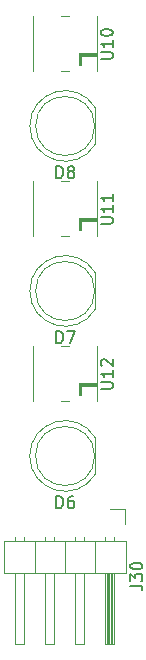
<source format=gbr>
%TF.GenerationSoftware,KiCad,Pcbnew,7.0.2-0*%
%TF.CreationDate,2023-08-02T22:46:30+09:00*%
%TF.ProjectId,line_others,6c696e65-5f6f-4746-9865-72732e6b6963,rev?*%
%TF.SameCoordinates,Original*%
%TF.FileFunction,Legend,Top*%
%TF.FilePolarity,Positive*%
%FSLAX46Y46*%
G04 Gerber Fmt 4.6, Leading zero omitted, Abs format (unit mm)*
G04 Created by KiCad (PCBNEW 7.0.2-0) date 2023-08-02 22:46:30*
%MOMM*%
%LPD*%
G01*
G04 APERTURE LIST*
%ADD10C,0.150000*%
%ADD11C,0.120000*%
%ADD12C,0.100000*%
G04 APERTURE END LIST*
D10*
%TO.C,D8*%
X151666905Y-92687619D02*
X151666905Y-91687619D01*
X151666905Y-91687619D02*
X151905000Y-91687619D01*
X151905000Y-91687619D02*
X152047857Y-91735238D01*
X152047857Y-91735238D02*
X152143095Y-91830476D01*
X152143095Y-91830476D02*
X152190714Y-91925714D01*
X152190714Y-91925714D02*
X152238333Y-92116190D01*
X152238333Y-92116190D02*
X152238333Y-92259047D01*
X152238333Y-92259047D02*
X152190714Y-92449523D01*
X152190714Y-92449523D02*
X152143095Y-92544761D01*
X152143095Y-92544761D02*
X152047857Y-92640000D01*
X152047857Y-92640000D02*
X151905000Y-92687619D01*
X151905000Y-92687619D02*
X151666905Y-92687619D01*
X152809762Y-92116190D02*
X152714524Y-92068571D01*
X152714524Y-92068571D02*
X152666905Y-92020952D01*
X152666905Y-92020952D02*
X152619286Y-91925714D01*
X152619286Y-91925714D02*
X152619286Y-91878095D01*
X152619286Y-91878095D02*
X152666905Y-91782857D01*
X152666905Y-91782857D02*
X152714524Y-91735238D01*
X152714524Y-91735238D02*
X152809762Y-91687619D01*
X152809762Y-91687619D02*
X153000238Y-91687619D01*
X153000238Y-91687619D02*
X153095476Y-91735238D01*
X153095476Y-91735238D02*
X153143095Y-91782857D01*
X153143095Y-91782857D02*
X153190714Y-91878095D01*
X153190714Y-91878095D02*
X153190714Y-91925714D01*
X153190714Y-91925714D02*
X153143095Y-92020952D01*
X153143095Y-92020952D02*
X153095476Y-92068571D01*
X153095476Y-92068571D02*
X153000238Y-92116190D01*
X153000238Y-92116190D02*
X152809762Y-92116190D01*
X152809762Y-92116190D02*
X152714524Y-92163809D01*
X152714524Y-92163809D02*
X152666905Y-92211428D01*
X152666905Y-92211428D02*
X152619286Y-92306666D01*
X152619286Y-92306666D02*
X152619286Y-92497142D01*
X152619286Y-92497142D02*
X152666905Y-92592380D01*
X152666905Y-92592380D02*
X152714524Y-92640000D01*
X152714524Y-92640000D02*
X152809762Y-92687619D01*
X152809762Y-92687619D02*
X153000238Y-92687619D01*
X153000238Y-92687619D02*
X153095476Y-92640000D01*
X153095476Y-92640000D02*
X153143095Y-92592380D01*
X153143095Y-92592380D02*
X153190714Y-92497142D01*
X153190714Y-92497142D02*
X153190714Y-92306666D01*
X153190714Y-92306666D02*
X153143095Y-92211428D01*
X153143095Y-92211428D02*
X153095476Y-92163809D01*
X153095476Y-92163809D02*
X153000238Y-92116190D01*
%TO.C,D6*%
X151661905Y-120627619D02*
X151661905Y-119627619D01*
X151661905Y-119627619D02*
X151900000Y-119627619D01*
X151900000Y-119627619D02*
X152042857Y-119675238D01*
X152042857Y-119675238D02*
X152138095Y-119770476D01*
X152138095Y-119770476D02*
X152185714Y-119865714D01*
X152185714Y-119865714D02*
X152233333Y-120056190D01*
X152233333Y-120056190D02*
X152233333Y-120199047D01*
X152233333Y-120199047D02*
X152185714Y-120389523D01*
X152185714Y-120389523D02*
X152138095Y-120484761D01*
X152138095Y-120484761D02*
X152042857Y-120580000D01*
X152042857Y-120580000D02*
X151900000Y-120627619D01*
X151900000Y-120627619D02*
X151661905Y-120627619D01*
X153090476Y-119627619D02*
X152900000Y-119627619D01*
X152900000Y-119627619D02*
X152804762Y-119675238D01*
X152804762Y-119675238D02*
X152757143Y-119722857D01*
X152757143Y-119722857D02*
X152661905Y-119865714D01*
X152661905Y-119865714D02*
X152614286Y-120056190D01*
X152614286Y-120056190D02*
X152614286Y-120437142D01*
X152614286Y-120437142D02*
X152661905Y-120532380D01*
X152661905Y-120532380D02*
X152709524Y-120580000D01*
X152709524Y-120580000D02*
X152804762Y-120627619D01*
X152804762Y-120627619D02*
X152995238Y-120627619D01*
X152995238Y-120627619D02*
X153090476Y-120580000D01*
X153090476Y-120580000D02*
X153138095Y-120532380D01*
X153138095Y-120532380D02*
X153185714Y-120437142D01*
X153185714Y-120437142D02*
X153185714Y-120199047D01*
X153185714Y-120199047D02*
X153138095Y-120103809D01*
X153138095Y-120103809D02*
X153090476Y-120056190D01*
X153090476Y-120056190D02*
X152995238Y-120008571D01*
X152995238Y-120008571D02*
X152804762Y-120008571D01*
X152804762Y-120008571D02*
X152709524Y-120056190D01*
X152709524Y-120056190D02*
X152661905Y-120103809D01*
X152661905Y-120103809D02*
X152614286Y-120199047D01*
%TO.C,D7*%
X151666905Y-106657619D02*
X151666905Y-105657619D01*
X151666905Y-105657619D02*
X151905000Y-105657619D01*
X151905000Y-105657619D02*
X152047857Y-105705238D01*
X152047857Y-105705238D02*
X152143095Y-105800476D01*
X152143095Y-105800476D02*
X152190714Y-105895714D01*
X152190714Y-105895714D02*
X152238333Y-106086190D01*
X152238333Y-106086190D02*
X152238333Y-106229047D01*
X152238333Y-106229047D02*
X152190714Y-106419523D01*
X152190714Y-106419523D02*
X152143095Y-106514761D01*
X152143095Y-106514761D02*
X152047857Y-106610000D01*
X152047857Y-106610000D02*
X151905000Y-106657619D01*
X151905000Y-106657619D02*
X151666905Y-106657619D01*
X152571667Y-105657619D02*
X153238333Y-105657619D01*
X153238333Y-105657619D02*
X152809762Y-106657619D01*
%TO.C,U12*%
X155437619Y-110533094D02*
X156247142Y-110533094D01*
X156247142Y-110533094D02*
X156342380Y-110485475D01*
X156342380Y-110485475D02*
X156390000Y-110437856D01*
X156390000Y-110437856D02*
X156437619Y-110342618D01*
X156437619Y-110342618D02*
X156437619Y-110152142D01*
X156437619Y-110152142D02*
X156390000Y-110056904D01*
X156390000Y-110056904D02*
X156342380Y-110009285D01*
X156342380Y-110009285D02*
X156247142Y-109961666D01*
X156247142Y-109961666D02*
X155437619Y-109961666D01*
X156437619Y-108961666D02*
X156437619Y-109533094D01*
X156437619Y-109247380D02*
X155437619Y-109247380D01*
X155437619Y-109247380D02*
X155580476Y-109342618D01*
X155580476Y-109342618D02*
X155675714Y-109437856D01*
X155675714Y-109437856D02*
X155723333Y-109533094D01*
X155532857Y-108580713D02*
X155485238Y-108533094D01*
X155485238Y-108533094D02*
X155437619Y-108437856D01*
X155437619Y-108437856D02*
X155437619Y-108199761D01*
X155437619Y-108199761D02*
X155485238Y-108104523D01*
X155485238Y-108104523D02*
X155532857Y-108056904D01*
X155532857Y-108056904D02*
X155628095Y-108009285D01*
X155628095Y-108009285D02*
X155723333Y-108009285D01*
X155723333Y-108009285D02*
X155866190Y-108056904D01*
X155866190Y-108056904D02*
X156437619Y-108628332D01*
X156437619Y-108628332D02*
X156437619Y-108009285D01*
%TO.C,U11*%
X155437619Y-96563094D02*
X156247142Y-96563094D01*
X156247142Y-96563094D02*
X156342380Y-96515475D01*
X156342380Y-96515475D02*
X156390000Y-96467856D01*
X156390000Y-96467856D02*
X156437619Y-96372618D01*
X156437619Y-96372618D02*
X156437619Y-96182142D01*
X156437619Y-96182142D02*
X156390000Y-96086904D01*
X156390000Y-96086904D02*
X156342380Y-96039285D01*
X156342380Y-96039285D02*
X156247142Y-95991666D01*
X156247142Y-95991666D02*
X155437619Y-95991666D01*
X156437619Y-94991666D02*
X156437619Y-95563094D01*
X156437619Y-95277380D02*
X155437619Y-95277380D01*
X155437619Y-95277380D02*
X155580476Y-95372618D01*
X155580476Y-95372618D02*
X155675714Y-95467856D01*
X155675714Y-95467856D02*
X155723333Y-95563094D01*
X156437619Y-94039285D02*
X156437619Y-94610713D01*
X156437619Y-94324999D02*
X155437619Y-94324999D01*
X155437619Y-94324999D02*
X155580476Y-94420237D01*
X155580476Y-94420237D02*
X155675714Y-94515475D01*
X155675714Y-94515475D02*
X155723333Y-94610713D01*
%TO.C,U10*%
X155437619Y-82593094D02*
X156247142Y-82593094D01*
X156247142Y-82593094D02*
X156342380Y-82545475D01*
X156342380Y-82545475D02*
X156390000Y-82497856D01*
X156390000Y-82497856D02*
X156437619Y-82402618D01*
X156437619Y-82402618D02*
X156437619Y-82212142D01*
X156437619Y-82212142D02*
X156390000Y-82116904D01*
X156390000Y-82116904D02*
X156342380Y-82069285D01*
X156342380Y-82069285D02*
X156247142Y-82021666D01*
X156247142Y-82021666D02*
X155437619Y-82021666D01*
X156437619Y-81021666D02*
X156437619Y-81593094D01*
X156437619Y-81307380D02*
X155437619Y-81307380D01*
X155437619Y-81307380D02*
X155580476Y-81402618D01*
X155580476Y-81402618D02*
X155675714Y-81497856D01*
X155675714Y-81497856D02*
X155723333Y-81593094D01*
X155437619Y-80402618D02*
X155437619Y-80307380D01*
X155437619Y-80307380D02*
X155485238Y-80212142D01*
X155485238Y-80212142D02*
X155532857Y-80164523D01*
X155532857Y-80164523D02*
X155628095Y-80116904D01*
X155628095Y-80116904D02*
X155818571Y-80069285D01*
X155818571Y-80069285D02*
X156056666Y-80069285D01*
X156056666Y-80069285D02*
X156247142Y-80116904D01*
X156247142Y-80116904D02*
X156342380Y-80164523D01*
X156342380Y-80164523D02*
X156390000Y-80212142D01*
X156390000Y-80212142D02*
X156437619Y-80307380D01*
X156437619Y-80307380D02*
X156437619Y-80402618D01*
X156437619Y-80402618D02*
X156390000Y-80497856D01*
X156390000Y-80497856D02*
X156342380Y-80545475D01*
X156342380Y-80545475D02*
X156247142Y-80593094D01*
X156247142Y-80593094D02*
X156056666Y-80640713D01*
X156056666Y-80640713D02*
X155818571Y-80640713D01*
X155818571Y-80640713D02*
X155628095Y-80593094D01*
X155628095Y-80593094D02*
X155532857Y-80545475D01*
X155532857Y-80545475D02*
X155485238Y-80497856D01*
X155485238Y-80497856D02*
X155437619Y-80402618D01*
%TO.C,J30*%
X157932619Y-127184523D02*
X158646904Y-127184523D01*
X158646904Y-127184523D02*
X158789761Y-127232142D01*
X158789761Y-127232142D02*
X158885000Y-127327380D01*
X158885000Y-127327380D02*
X158932619Y-127470237D01*
X158932619Y-127470237D02*
X158932619Y-127565475D01*
X157932619Y-126803570D02*
X157932619Y-126184523D01*
X157932619Y-126184523D02*
X158313571Y-126517856D01*
X158313571Y-126517856D02*
X158313571Y-126374999D01*
X158313571Y-126374999D02*
X158361190Y-126279761D01*
X158361190Y-126279761D02*
X158408809Y-126232142D01*
X158408809Y-126232142D02*
X158504047Y-126184523D01*
X158504047Y-126184523D02*
X158742142Y-126184523D01*
X158742142Y-126184523D02*
X158837380Y-126232142D01*
X158837380Y-126232142D02*
X158885000Y-126279761D01*
X158885000Y-126279761D02*
X158932619Y-126374999D01*
X158932619Y-126374999D02*
X158932619Y-126660713D01*
X158932619Y-126660713D02*
X158885000Y-126755951D01*
X158885000Y-126755951D02*
X158837380Y-126803570D01*
X157932619Y-125565475D02*
X157932619Y-125470237D01*
X157932619Y-125470237D02*
X157980238Y-125374999D01*
X157980238Y-125374999D02*
X158027857Y-125327380D01*
X158027857Y-125327380D02*
X158123095Y-125279761D01*
X158123095Y-125279761D02*
X158313571Y-125232142D01*
X158313571Y-125232142D02*
X158551666Y-125232142D01*
X158551666Y-125232142D02*
X158742142Y-125279761D01*
X158742142Y-125279761D02*
X158837380Y-125327380D01*
X158837380Y-125327380D02*
X158885000Y-125374999D01*
X158885000Y-125374999D02*
X158932619Y-125470237D01*
X158932619Y-125470237D02*
X158932619Y-125565475D01*
X158932619Y-125565475D02*
X158885000Y-125660713D01*
X158885000Y-125660713D02*
X158837380Y-125708332D01*
X158837380Y-125708332D02*
X158742142Y-125755951D01*
X158742142Y-125755951D02*
X158551666Y-125803570D01*
X158551666Y-125803570D02*
X158313571Y-125803570D01*
X158313571Y-125803570D02*
X158123095Y-125755951D01*
X158123095Y-125755951D02*
X158027857Y-125708332D01*
X158027857Y-125708332D02*
X157980238Y-125660713D01*
X157980238Y-125660713D02*
X157932619Y-125565475D01*
D11*
%TO.C,D8*%
X154965000Y-89810000D02*
X154965000Y-86720000D01*
X149415001Y-88264538D02*
G75*
G03*
X154964999Y-89809830I2989999J-462D01*
G01*
X154965000Y-86720170D02*
G75*
G03*
X149415000Y-88265462I-2560000J-1544830D01*
G01*
X154905000Y-88265000D02*
G75*
G03*
X154905000Y-88265000I-2500000J0D01*
G01*
%TO.C,D6*%
X154960000Y-117750000D02*
X154960000Y-114660000D01*
X149410001Y-116204538D02*
G75*
G03*
X154959999Y-117749830I2989999J-462D01*
G01*
X154960000Y-114660170D02*
G75*
G03*
X149410000Y-116205462I-2560000J-1544830D01*
G01*
X154900000Y-116205000D02*
G75*
G03*
X154900000Y-116205000I-2500000J0D01*
G01*
%TO.C,D7*%
X154965000Y-103780000D02*
X154965000Y-100690000D01*
X149415001Y-102234538D02*
G75*
G03*
X154964999Y-103779830I2989999J-462D01*
G01*
X154965000Y-100690170D02*
G75*
G03*
X149415000Y-102235462I-2560000J-1544830D01*
G01*
X154905000Y-102235000D02*
G75*
G03*
X154905000Y-102235000I-2500000J0D01*
G01*
%TO.C,U12*%
X152725000Y-106920000D02*
X152100000Y-106920000D01*
X149700000Y-106920000D02*
X149700000Y-111520000D01*
X155100000Y-109220000D02*
X155100000Y-106920000D01*
X155100000Y-111520000D02*
X155100000Y-109220000D01*
X152775000Y-111520000D02*
X152025000Y-111520000D01*
D12*
X155100000Y-110295000D02*
X153575000Y-110295000D01*
X153575000Y-110045000D01*
X155100000Y-110045000D01*
X155100000Y-110295000D01*
G36*
X155100000Y-110295000D02*
G01*
X153575000Y-110295000D01*
X153575000Y-110045000D01*
X155100000Y-110045000D01*
X155100000Y-110295000D01*
G37*
X153750000Y-111045000D02*
X153575000Y-111045000D01*
X153575000Y-110045000D01*
X153750000Y-110045000D01*
X153750000Y-111045000D01*
G36*
X153750000Y-111045000D02*
G01*
X153575000Y-111045000D01*
X153575000Y-110045000D01*
X153750000Y-110045000D01*
X153750000Y-111045000D01*
G37*
D11*
%TO.C,U11*%
X152725000Y-92950000D02*
X152100000Y-92950000D01*
X149700000Y-92950000D02*
X149700000Y-97550000D01*
X155100000Y-95250000D02*
X155100000Y-92950000D01*
X155100000Y-97550000D02*
X155100000Y-95250000D01*
X152775000Y-97550000D02*
X152025000Y-97550000D01*
D12*
X155100000Y-96325000D02*
X153575000Y-96325000D01*
X153575000Y-96075000D01*
X155100000Y-96075000D01*
X155100000Y-96325000D01*
G36*
X155100000Y-96325000D02*
G01*
X153575000Y-96325000D01*
X153575000Y-96075000D01*
X155100000Y-96075000D01*
X155100000Y-96325000D01*
G37*
X153750000Y-97075000D02*
X153575000Y-97075000D01*
X153575000Y-96075000D01*
X153750000Y-96075000D01*
X153750000Y-97075000D01*
G36*
X153750000Y-97075000D02*
G01*
X153575000Y-97075000D01*
X153575000Y-96075000D01*
X153750000Y-96075000D01*
X153750000Y-97075000D01*
G37*
D11*
%TO.C,U10*%
X152725000Y-78980000D02*
X152100000Y-78980000D01*
X149700000Y-78980000D02*
X149700000Y-83580000D01*
X155100000Y-81280000D02*
X155100000Y-78980000D01*
X155100000Y-83580000D02*
X155100000Y-81280000D01*
X152775000Y-83580000D02*
X152025000Y-83580000D01*
D12*
X155100000Y-82355000D02*
X153575000Y-82355000D01*
X153575000Y-82105000D01*
X155100000Y-82105000D01*
X155100000Y-82355000D01*
G36*
X155100000Y-82355000D02*
G01*
X153575000Y-82355000D01*
X153575000Y-82105000D01*
X155100000Y-82105000D01*
X155100000Y-82355000D01*
G37*
X153750000Y-83105000D02*
X153575000Y-83105000D01*
X153575000Y-82105000D01*
X153750000Y-82105000D01*
X153750000Y-83105000D01*
G36*
X153750000Y-83105000D02*
G01*
X153575000Y-83105000D01*
X153575000Y-82105000D01*
X153750000Y-82105000D01*
X153750000Y-83105000D01*
G37*
D11*
%TO.C,J30*%
X157470000Y-120720000D02*
X157470000Y-121990000D01*
X156200000Y-120720000D02*
X157470000Y-120720000D01*
X154040000Y-123032929D02*
X154040000Y-123430000D01*
X153280000Y-123032929D02*
X153280000Y-123430000D01*
X151500000Y-123032929D02*
X151500000Y-123430000D01*
X150740000Y-123032929D02*
X150740000Y-123430000D01*
X148960000Y-123032929D02*
X148960000Y-123430000D01*
X148200000Y-123032929D02*
X148200000Y-123430000D01*
X156580000Y-123100000D02*
X156580000Y-123430000D01*
X155820000Y-123100000D02*
X155820000Y-123430000D01*
X157530000Y-123430000D02*
X147250000Y-123430000D01*
X154930000Y-123430000D02*
X154930000Y-126090000D01*
X152390000Y-123430000D02*
X152390000Y-126090000D01*
X149850000Y-123430000D02*
X149850000Y-126090000D01*
X147250000Y-123430000D02*
X147250000Y-126090000D01*
X157530000Y-126090000D02*
X157530000Y-123430000D01*
X156580000Y-126090000D02*
X156580000Y-132090000D01*
X156520000Y-126090000D02*
X156520000Y-132090000D01*
X156400000Y-126090000D02*
X156400000Y-132090000D01*
X156280000Y-126090000D02*
X156280000Y-132090000D01*
X156160000Y-126090000D02*
X156160000Y-132090000D01*
X156040000Y-126090000D02*
X156040000Y-132090000D01*
X155920000Y-126090000D02*
X155920000Y-132090000D01*
X154040000Y-126090000D02*
X154040000Y-132090000D01*
X151500000Y-126090000D02*
X151500000Y-132090000D01*
X148960000Y-126090000D02*
X148960000Y-132090000D01*
X147250000Y-126090000D02*
X157530000Y-126090000D01*
X156580000Y-132090000D02*
X155820000Y-132090000D01*
X155820000Y-132090000D02*
X155820000Y-126090000D01*
X154040000Y-132090000D02*
X153280000Y-132090000D01*
X153280000Y-132090000D02*
X153280000Y-126090000D01*
X151500000Y-132090000D02*
X150740000Y-132090000D01*
X150740000Y-132090000D02*
X150740000Y-126090000D01*
X148960000Y-132090000D02*
X148200000Y-132090000D01*
X148200000Y-132090000D02*
X148200000Y-126090000D01*
%TD*%
M02*

</source>
